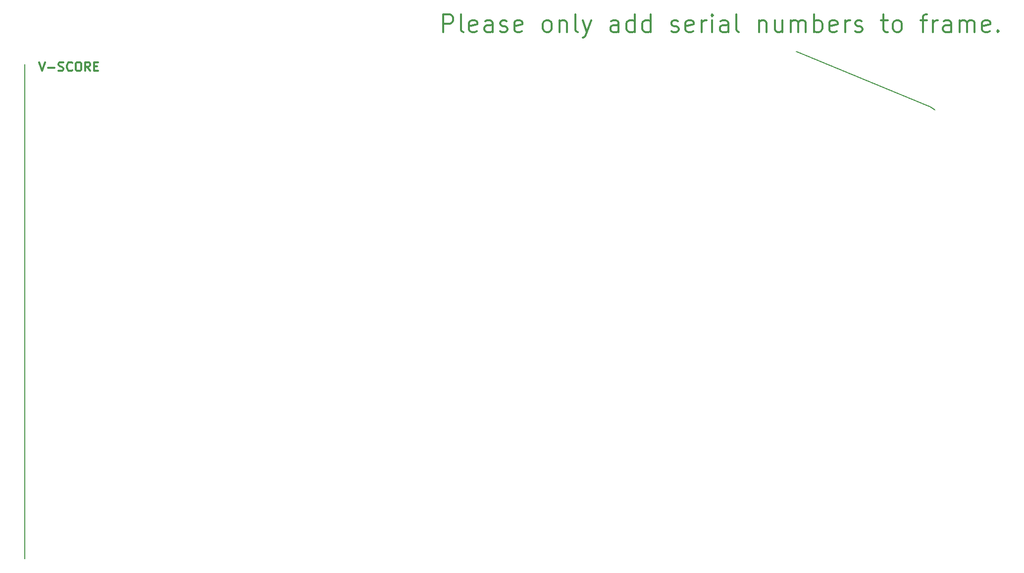
<source format=gbr>
G04 #@! TF.GenerationSoftware,KiCad,Pcbnew,5.0.0-fee4fd1~66~ubuntu16.04.1*
G04 #@! TF.CreationDate,2018-08-13T02:10:20+01:00*
G04 #@! TF.ProjectId,ruler,72756C65722E6B696361645F70636200,rev?*
G04 #@! TF.SameCoordinates,Original*
G04 #@! TF.FileFunction,Other,ECO1*
%FSLAX45Y45*%
G04 Gerber Fmt 4.5, Leading zero omitted, Abs format (unit mm)*
G04 Created by KiCad (PCBNEW 5.0.0-fee4fd1~66~ubuntu16.04.1) date Mon Aug 13 02:10:20 2018*
%MOMM*%
%LPD*%
G01*
G04 APERTURE LIST*
%ADD10C,0.200000*%
%ADD11C,0.300000*%
G04 APERTURE END LIST*
D10*
X22014000Y-8821000D02*
X22091000Y-8867000D01*
X19713000Y-7870000D02*
X22014000Y-8821000D01*
D11*
X13680857Y-7537714D02*
X13680857Y-7237714D01*
X13795143Y-7237714D01*
X13823714Y-7252000D01*
X13838000Y-7266286D01*
X13852286Y-7294857D01*
X13852286Y-7337714D01*
X13838000Y-7366286D01*
X13823714Y-7380571D01*
X13795143Y-7394857D01*
X13680857Y-7394857D01*
X14023714Y-7537714D02*
X13995143Y-7523428D01*
X13980857Y-7494857D01*
X13980857Y-7237714D01*
X14252286Y-7523428D02*
X14223714Y-7537714D01*
X14166571Y-7537714D01*
X14138000Y-7523428D01*
X14123714Y-7494857D01*
X14123714Y-7380571D01*
X14138000Y-7352000D01*
X14166571Y-7337714D01*
X14223714Y-7337714D01*
X14252286Y-7352000D01*
X14266571Y-7380571D01*
X14266571Y-7409143D01*
X14123714Y-7437714D01*
X14523714Y-7537714D02*
X14523714Y-7380571D01*
X14509428Y-7352000D01*
X14480857Y-7337714D01*
X14423714Y-7337714D01*
X14395143Y-7352000D01*
X14523714Y-7523428D02*
X14495143Y-7537714D01*
X14423714Y-7537714D01*
X14395143Y-7523428D01*
X14380857Y-7494857D01*
X14380857Y-7466286D01*
X14395143Y-7437714D01*
X14423714Y-7423428D01*
X14495143Y-7423428D01*
X14523714Y-7409143D01*
X14652286Y-7523428D02*
X14680857Y-7537714D01*
X14738000Y-7537714D01*
X14766571Y-7523428D01*
X14780857Y-7494857D01*
X14780857Y-7480571D01*
X14766571Y-7452000D01*
X14738000Y-7437714D01*
X14695143Y-7437714D01*
X14666571Y-7423428D01*
X14652286Y-7394857D01*
X14652286Y-7380571D01*
X14666571Y-7352000D01*
X14695143Y-7337714D01*
X14738000Y-7337714D01*
X14766571Y-7352000D01*
X15023714Y-7523428D02*
X14995143Y-7537714D01*
X14938000Y-7537714D01*
X14909428Y-7523428D01*
X14895143Y-7494857D01*
X14895143Y-7380571D01*
X14909428Y-7352000D01*
X14938000Y-7337714D01*
X14995143Y-7337714D01*
X15023714Y-7352000D01*
X15038000Y-7380571D01*
X15038000Y-7409143D01*
X14895143Y-7437714D01*
X15438000Y-7537714D02*
X15409428Y-7523428D01*
X15395143Y-7509143D01*
X15380857Y-7480571D01*
X15380857Y-7394857D01*
X15395143Y-7366286D01*
X15409428Y-7352000D01*
X15438000Y-7337714D01*
X15480857Y-7337714D01*
X15509428Y-7352000D01*
X15523714Y-7366286D01*
X15538000Y-7394857D01*
X15538000Y-7480571D01*
X15523714Y-7509143D01*
X15509428Y-7523428D01*
X15480857Y-7537714D01*
X15438000Y-7537714D01*
X15666571Y-7337714D02*
X15666571Y-7537714D01*
X15666571Y-7366286D02*
X15680857Y-7352000D01*
X15709428Y-7337714D01*
X15752286Y-7337714D01*
X15780857Y-7352000D01*
X15795143Y-7380571D01*
X15795143Y-7537714D01*
X15980857Y-7537714D02*
X15952286Y-7523428D01*
X15938000Y-7494857D01*
X15938000Y-7237714D01*
X16066571Y-7337714D02*
X16138000Y-7537714D01*
X16209428Y-7337714D02*
X16138000Y-7537714D01*
X16109428Y-7609143D01*
X16095143Y-7623428D01*
X16066571Y-7637714D01*
X16680857Y-7537714D02*
X16680857Y-7380571D01*
X16666571Y-7352000D01*
X16638000Y-7337714D01*
X16580857Y-7337714D01*
X16552286Y-7352000D01*
X16680857Y-7523428D02*
X16652286Y-7537714D01*
X16580857Y-7537714D01*
X16552286Y-7523428D01*
X16538000Y-7494857D01*
X16538000Y-7466286D01*
X16552286Y-7437714D01*
X16580857Y-7423428D01*
X16652286Y-7423428D01*
X16680857Y-7409143D01*
X16952286Y-7537714D02*
X16952286Y-7237714D01*
X16952286Y-7523428D02*
X16923714Y-7537714D01*
X16866571Y-7537714D01*
X16838000Y-7523428D01*
X16823714Y-7509143D01*
X16809429Y-7480571D01*
X16809429Y-7394857D01*
X16823714Y-7366286D01*
X16838000Y-7352000D01*
X16866571Y-7337714D01*
X16923714Y-7337714D01*
X16952286Y-7352000D01*
X17223714Y-7537714D02*
X17223714Y-7237714D01*
X17223714Y-7523428D02*
X17195143Y-7537714D01*
X17138000Y-7537714D01*
X17109429Y-7523428D01*
X17095143Y-7509143D01*
X17080857Y-7480571D01*
X17080857Y-7394857D01*
X17095143Y-7366286D01*
X17109429Y-7352000D01*
X17138000Y-7337714D01*
X17195143Y-7337714D01*
X17223714Y-7352000D01*
X17580857Y-7523428D02*
X17609429Y-7537714D01*
X17666571Y-7537714D01*
X17695143Y-7523428D01*
X17709429Y-7494857D01*
X17709429Y-7480571D01*
X17695143Y-7452000D01*
X17666571Y-7437714D01*
X17623714Y-7437714D01*
X17595143Y-7423428D01*
X17580857Y-7394857D01*
X17580857Y-7380571D01*
X17595143Y-7352000D01*
X17623714Y-7337714D01*
X17666571Y-7337714D01*
X17695143Y-7352000D01*
X17952286Y-7523428D02*
X17923714Y-7537714D01*
X17866571Y-7537714D01*
X17838000Y-7523428D01*
X17823714Y-7494857D01*
X17823714Y-7380571D01*
X17838000Y-7352000D01*
X17866571Y-7337714D01*
X17923714Y-7337714D01*
X17952286Y-7352000D01*
X17966571Y-7380571D01*
X17966571Y-7409143D01*
X17823714Y-7437714D01*
X18095143Y-7537714D02*
X18095143Y-7337714D01*
X18095143Y-7394857D02*
X18109429Y-7366286D01*
X18123714Y-7352000D01*
X18152286Y-7337714D01*
X18180857Y-7337714D01*
X18280857Y-7537714D02*
X18280857Y-7337714D01*
X18280857Y-7237714D02*
X18266571Y-7252000D01*
X18280857Y-7266286D01*
X18295143Y-7252000D01*
X18280857Y-7237714D01*
X18280857Y-7266286D01*
X18552286Y-7537714D02*
X18552286Y-7380571D01*
X18538000Y-7352000D01*
X18509429Y-7337714D01*
X18452286Y-7337714D01*
X18423714Y-7352000D01*
X18552286Y-7523428D02*
X18523714Y-7537714D01*
X18452286Y-7537714D01*
X18423714Y-7523428D01*
X18409429Y-7494857D01*
X18409429Y-7466286D01*
X18423714Y-7437714D01*
X18452286Y-7423428D01*
X18523714Y-7423428D01*
X18552286Y-7409143D01*
X18738000Y-7537714D02*
X18709429Y-7523428D01*
X18695143Y-7494857D01*
X18695143Y-7237714D01*
X19080857Y-7337714D02*
X19080857Y-7537714D01*
X19080857Y-7366286D02*
X19095143Y-7352000D01*
X19123714Y-7337714D01*
X19166571Y-7337714D01*
X19195143Y-7352000D01*
X19209429Y-7380571D01*
X19209429Y-7537714D01*
X19480857Y-7337714D02*
X19480857Y-7537714D01*
X19352286Y-7337714D02*
X19352286Y-7494857D01*
X19366571Y-7523428D01*
X19395143Y-7537714D01*
X19438000Y-7537714D01*
X19466571Y-7523428D01*
X19480857Y-7509143D01*
X19623714Y-7537714D02*
X19623714Y-7337714D01*
X19623714Y-7366286D02*
X19638000Y-7352000D01*
X19666571Y-7337714D01*
X19709429Y-7337714D01*
X19738000Y-7352000D01*
X19752286Y-7380571D01*
X19752286Y-7537714D01*
X19752286Y-7380571D02*
X19766571Y-7352000D01*
X19795143Y-7337714D01*
X19838000Y-7337714D01*
X19866571Y-7352000D01*
X19880857Y-7380571D01*
X19880857Y-7537714D01*
X20023714Y-7537714D02*
X20023714Y-7237714D01*
X20023714Y-7352000D02*
X20052286Y-7337714D01*
X20109429Y-7337714D01*
X20138000Y-7352000D01*
X20152286Y-7366286D01*
X20166571Y-7394857D01*
X20166571Y-7480571D01*
X20152286Y-7509143D01*
X20138000Y-7523428D01*
X20109429Y-7537714D01*
X20052286Y-7537714D01*
X20023714Y-7523428D01*
X20409429Y-7523428D02*
X20380857Y-7537714D01*
X20323714Y-7537714D01*
X20295143Y-7523428D01*
X20280857Y-7494857D01*
X20280857Y-7380571D01*
X20295143Y-7352000D01*
X20323714Y-7337714D01*
X20380857Y-7337714D01*
X20409429Y-7352000D01*
X20423714Y-7380571D01*
X20423714Y-7409143D01*
X20280857Y-7437714D01*
X20552286Y-7537714D02*
X20552286Y-7337714D01*
X20552286Y-7394857D02*
X20566571Y-7366286D01*
X20580857Y-7352000D01*
X20609429Y-7337714D01*
X20638000Y-7337714D01*
X20723714Y-7523428D02*
X20752286Y-7537714D01*
X20809429Y-7537714D01*
X20838000Y-7523428D01*
X20852286Y-7494857D01*
X20852286Y-7480571D01*
X20838000Y-7452000D01*
X20809429Y-7437714D01*
X20766571Y-7437714D01*
X20738000Y-7423428D01*
X20723714Y-7394857D01*
X20723714Y-7380571D01*
X20738000Y-7352000D01*
X20766571Y-7337714D01*
X20809429Y-7337714D01*
X20838000Y-7352000D01*
X21166571Y-7337714D02*
X21280857Y-7337714D01*
X21209429Y-7237714D02*
X21209429Y-7494857D01*
X21223714Y-7523428D01*
X21252286Y-7537714D01*
X21280857Y-7537714D01*
X21423714Y-7537714D02*
X21395143Y-7523428D01*
X21380857Y-7509143D01*
X21366571Y-7480571D01*
X21366571Y-7394857D01*
X21380857Y-7366286D01*
X21395143Y-7352000D01*
X21423714Y-7337714D01*
X21466571Y-7337714D01*
X21495143Y-7352000D01*
X21509429Y-7366286D01*
X21523714Y-7394857D01*
X21523714Y-7480571D01*
X21509429Y-7509143D01*
X21495143Y-7523428D01*
X21466571Y-7537714D01*
X21423714Y-7537714D01*
X21838000Y-7337714D02*
X21952286Y-7337714D01*
X21880857Y-7537714D02*
X21880857Y-7280571D01*
X21895143Y-7252000D01*
X21923714Y-7237714D01*
X21952286Y-7237714D01*
X22052286Y-7537714D02*
X22052286Y-7337714D01*
X22052286Y-7394857D02*
X22066571Y-7366286D01*
X22080857Y-7352000D01*
X22109429Y-7337714D01*
X22138000Y-7337714D01*
X22366571Y-7537714D02*
X22366571Y-7380571D01*
X22352286Y-7352000D01*
X22323714Y-7337714D01*
X22266571Y-7337714D01*
X22238000Y-7352000D01*
X22366571Y-7523428D02*
X22338000Y-7537714D01*
X22266571Y-7537714D01*
X22238000Y-7523428D01*
X22223714Y-7494857D01*
X22223714Y-7466286D01*
X22238000Y-7437714D01*
X22266571Y-7423428D01*
X22338000Y-7423428D01*
X22366571Y-7409143D01*
X22509428Y-7537714D02*
X22509428Y-7337714D01*
X22509428Y-7366286D02*
X22523714Y-7352000D01*
X22552286Y-7337714D01*
X22595143Y-7337714D01*
X22623714Y-7352000D01*
X22638000Y-7380571D01*
X22638000Y-7537714D01*
X22638000Y-7380571D02*
X22652286Y-7352000D01*
X22680857Y-7337714D01*
X22723714Y-7337714D01*
X22752286Y-7352000D01*
X22766571Y-7380571D01*
X22766571Y-7537714D01*
X23023714Y-7523428D02*
X22995143Y-7537714D01*
X22938000Y-7537714D01*
X22909428Y-7523428D01*
X22895143Y-7494857D01*
X22895143Y-7380571D01*
X22909428Y-7352000D01*
X22938000Y-7337714D01*
X22995143Y-7337714D01*
X23023714Y-7352000D01*
X23038000Y-7380571D01*
X23038000Y-7409143D01*
X22895143Y-7437714D01*
X23166571Y-7509143D02*
X23180857Y-7523428D01*
X23166571Y-7537714D01*
X23152286Y-7523428D01*
X23166571Y-7509143D01*
X23166571Y-7537714D01*
X6772286Y-8053857D02*
X6822286Y-8203857D01*
X6872286Y-8053857D01*
X6922286Y-8146714D02*
X7036571Y-8146714D01*
X7100857Y-8196714D02*
X7122286Y-8203857D01*
X7158000Y-8203857D01*
X7172286Y-8196714D01*
X7179428Y-8189571D01*
X7186571Y-8175286D01*
X7186571Y-8161000D01*
X7179428Y-8146714D01*
X7172286Y-8139571D01*
X7158000Y-8132428D01*
X7129428Y-8125286D01*
X7115143Y-8118143D01*
X7108000Y-8111000D01*
X7100857Y-8096714D01*
X7100857Y-8082428D01*
X7108000Y-8068143D01*
X7115143Y-8061000D01*
X7129428Y-8053857D01*
X7165143Y-8053857D01*
X7186571Y-8061000D01*
X7336571Y-8189571D02*
X7329428Y-8196714D01*
X7308000Y-8203857D01*
X7293714Y-8203857D01*
X7272286Y-8196714D01*
X7258000Y-8182428D01*
X7250857Y-8168143D01*
X7243714Y-8139571D01*
X7243714Y-8118143D01*
X7250857Y-8089571D01*
X7258000Y-8075286D01*
X7272286Y-8061000D01*
X7293714Y-8053857D01*
X7308000Y-8053857D01*
X7329428Y-8061000D01*
X7336571Y-8068143D01*
X7429428Y-8053857D02*
X7458000Y-8053857D01*
X7472286Y-8061000D01*
X7486571Y-8075286D01*
X7493714Y-8103857D01*
X7493714Y-8153857D01*
X7486571Y-8182428D01*
X7472286Y-8196714D01*
X7458000Y-8203857D01*
X7429428Y-8203857D01*
X7415143Y-8196714D01*
X7400857Y-8182428D01*
X7393714Y-8153857D01*
X7393714Y-8103857D01*
X7400857Y-8075286D01*
X7415143Y-8061000D01*
X7429428Y-8053857D01*
X7643714Y-8203857D02*
X7593714Y-8132428D01*
X7558000Y-8203857D02*
X7558000Y-8053857D01*
X7615143Y-8053857D01*
X7629428Y-8061000D01*
X7636571Y-8068143D01*
X7643714Y-8082428D01*
X7643714Y-8103857D01*
X7636571Y-8118143D01*
X7629428Y-8125286D01*
X7615143Y-8132428D01*
X7558000Y-8132428D01*
X7708000Y-8125286D02*
X7758000Y-8125286D01*
X7779428Y-8203857D02*
X7708000Y-8203857D01*
X7708000Y-8053857D01*
X7779428Y-8053857D01*
D10*
X6529000Y-8086985D02*
X6529000Y-16551000D01*
M02*

</source>
